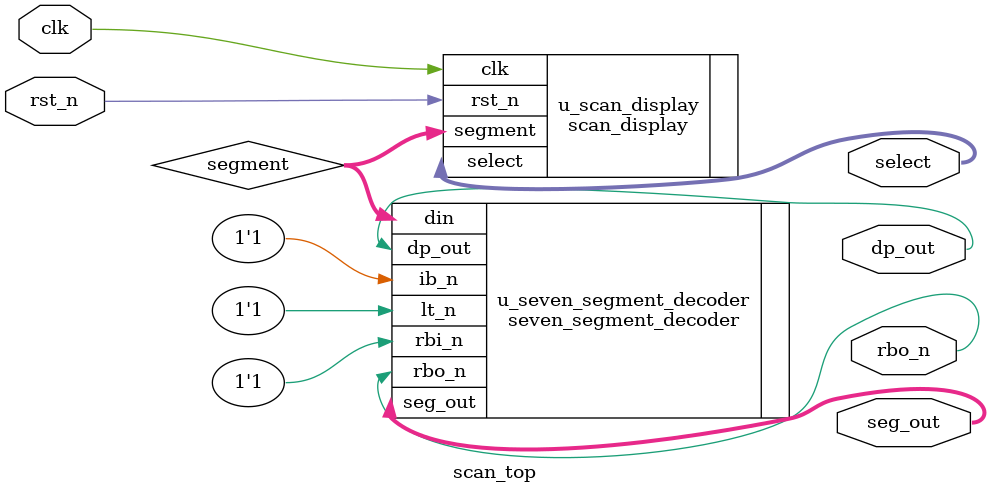
<source format=v>
`include "scan_display.v"
`include "seven_segment_decoder.v"

module scan_top(
    clk    ,
    rst_n  ,

    select ,

    rbo_n  ,  // ÃðÁãÐÅºÅÊä³ö
    seg_out,  // Æß¶ÎÊýÂë¹ÜÏÔÊ¾Êä³ö
    dp_out    // Ð¡ÊýµãÏÔÊ¾ÐÅºÅ
);
    input          clk    ;
    input          rst_n  ;

    output  [3:0]  select ;

    output         rbo_n  ;
    output  [6:0]  seg_out;
    output         dp_out ;

    wire    [3:0]  segment;

    scan_display u_scan_display(
        .clk     ( clk     ),
        .rst_n   ( rst_n   ),
        .select  ( select  ),
        .segment ( segment )
    );

    seven_segment_decoder u_seven_segment_decoder(
        .din     ( segment   ),
        .ib_n    ( 1'b1      ),
        .lt_n    ( 1'b1      ),
        .rbi_n   ( 1'b1      ),
        .rbo_n   ( rbo_n     ),
        .seg_out ( seg_out   ),
        .dp_out  ( dp_out    )
    );


endmodule

</source>
